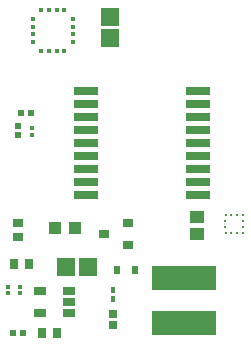
<source format=gtp>
G04*
G04 #@! TF.GenerationSoftware,Altium Limited,Altium Designer,19.1.8 (144)*
G04*
G04 Layer_Color=8421504*
%FSLAX25Y25*%
%MOIN*%
G70*
G01*
G75*
%ADD18R,0.21654X0.08465*%
%ADD19R,0.04331X0.02559*%
%ADD20R,0.03543X0.03150*%
%ADD21R,0.02362X0.03150*%
%ADD22R,0.03937X0.03937*%
%ADD23R,0.02559X0.02756*%
%ADD24R,0.01772X0.01968*%
%ADD25R,0.02362X0.02165*%
%ADD26R,0.02953X0.03347*%
%ADD27R,0.01260X0.01417*%
%ADD28R,0.05118X0.03937*%
%ADD29R,0.05906X0.06102*%
%ADD30R,0.06102X0.05906*%
%ADD31R,0.02047X0.02205*%
%ADD32R,0.01929X0.02047*%
%ADD33R,0.02756X0.03347*%
%ADD34R,0.07874X0.03150*%
%ADD35R,0.03347X0.02756*%
%ADD36R,0.01575X0.01181*%
%ADD37R,0.01181X0.01575*%
%ADD38R,0.00984X0.01083*%
%ADD39R,0.01083X0.00984*%
D18*
X73064Y6421D02*
D03*
Y21579D02*
D03*
D19*
X25276Y17240D02*
D03*
Y9760D02*
D03*
X34724D02*
D03*
Y13500D02*
D03*
Y17240D02*
D03*
D20*
X54437Y39871D02*
D03*
Y32391D02*
D03*
X46563Y36131D02*
D03*
D21*
X56709Y24000D02*
D03*
X51000D02*
D03*
D22*
X30307Y38131D02*
D03*
X37000D02*
D03*
D23*
X49500Y5822D02*
D03*
Y9562D02*
D03*
D24*
Y17453D02*
D03*
Y14500D02*
D03*
D25*
X19673Y3000D02*
D03*
X16327D02*
D03*
D26*
X26039Y3247D02*
D03*
X30961D02*
D03*
D27*
X14500Y16398D02*
D03*
Y18602D02*
D03*
X18500Y16398D02*
D03*
Y18602D02*
D03*
X22500Y71500D02*
D03*
Y69295D02*
D03*
D28*
X77500Y41953D02*
D03*
Y36047D02*
D03*
D29*
X41043Y25245D02*
D03*
X33957D02*
D03*
D30*
X48500Y108543D02*
D03*
Y101457D02*
D03*
D31*
X18000Y71992D02*
D03*
Y69000D02*
D03*
D32*
X22094Y76418D02*
D03*
X18905D02*
D03*
D33*
X21461Y26000D02*
D03*
X16539D02*
D03*
D34*
X40520Y49238D02*
D03*
Y53569D02*
D03*
Y57900D02*
D03*
Y62230D02*
D03*
Y66561D02*
D03*
Y70892D02*
D03*
Y75222D02*
D03*
Y79553D02*
D03*
Y83884D02*
D03*
X78000Y49238D02*
D03*
Y53569D02*
D03*
Y57900D02*
D03*
Y62230D02*
D03*
Y66561D02*
D03*
Y70892D02*
D03*
Y75222D02*
D03*
Y79553D02*
D03*
Y83884D02*
D03*
D35*
X18000Y35039D02*
D03*
Y39961D02*
D03*
D36*
X22807Y100161D02*
D03*
Y102720D02*
D03*
Y105280D02*
D03*
Y107839D02*
D03*
X36193D02*
D03*
Y105280D02*
D03*
Y102720D02*
D03*
Y100161D02*
D03*
D37*
X25661Y97307D02*
D03*
X28220D02*
D03*
X30780D02*
D03*
X33339D02*
D03*
Y110693D02*
D03*
X30780D02*
D03*
X28220D02*
D03*
X25661D02*
D03*
D38*
X92953Y36498D02*
D03*
X90984D02*
D03*
X89016D02*
D03*
X87047D02*
D03*
Y42502D02*
D03*
X89016D02*
D03*
X90984D02*
D03*
X92953D02*
D03*
D39*
X86998Y38515D02*
D03*
Y40484D02*
D03*
X93002D02*
D03*
Y38515D02*
D03*
M02*

</source>
